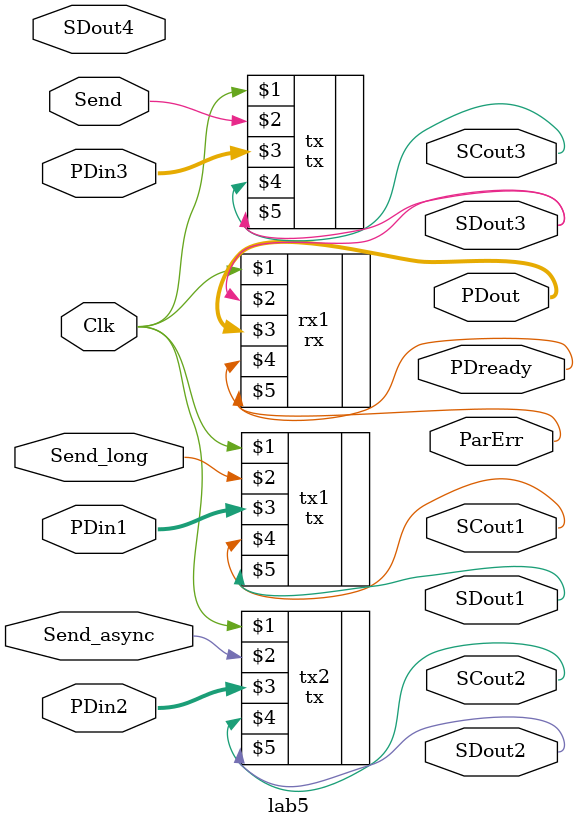
<source format=v>
module lab5 (Clk,Send_long,PDin1,SDout1,SCout1,Send_async,PDin2,SDout2,
    SCout2,Send,PDin3,SDout3,SCout3,SDout4,PDout,PDready,ParErr);


//--------------------------------------------------------------------
input Clk;   // 20 MHz Clock wave
input Send_long;  // send signal must be one clock cycle
input [7:0]PDin1; 
output SDout1;		// Serial data out
output SCout1;		// Serial clock out

//	Long Send signal
tx tx1 (Clk, Send_long, PDin1, SCout1, SDout1) ; 


//--------------------------------------------------------------------

input Send_async;	// send signal must be one clock cycle
input [7:0]PDin2; 
output SDout2;		// Serial data out
output SCout2;		// Serial clock out

//	Asyncronous Send signal
tx tx2 (Clk, Send_async, PDin2, SCout2, SDout2) ; 	


//--------------------------------------------------------------------
input Send;	// send signal must be one clock cycle
input [7:0]PDin3; 	// paralel data input
output SCout3;
output SDout3;
wire SCout3,SDout3;

tx tx (Clk,Send,PDin3,SCout3,SDout3);

//--------------------------------------------------------------------
input SDout4;
output ParErr;
output [7:0]PDout;	// paralel data output
output PDready;		// paralel data ready

rx rx1 (Clk,SDout3,PDout,PDready,ParErr);

endmodule


</source>
